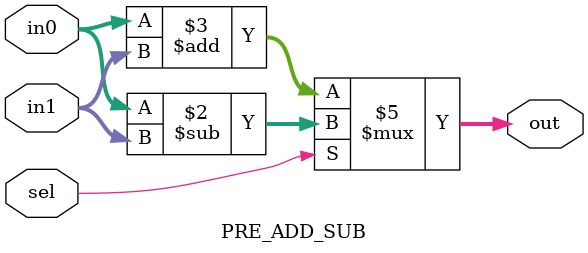
<source format=v>
module PRE_ADD_SUB(in0,in1,sel,out);

    parameter WIDTH = 18;
    input [WIDTH -1:0]in0;
    input [WIDTH -1:0]in1;
    input sel;
    output reg [WIDTH -1:0]out;

    always @(*) begin
        if (sel) begin
            out = in0 - in1;
        end else begin
            out = in0 + in1;
        end
    end

endmodule


</source>
